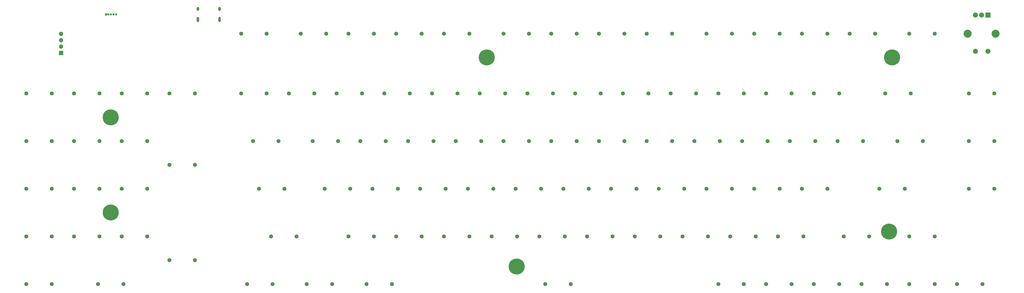
<source format=gbr>
%TF.GenerationSoftware,KiCad,Pcbnew,9.0.5*%
%TF.CreationDate,2026-01-11T09:40:31+07:00*%
%TF.ProjectId,MK98,4d4b3938-2e6b-4696-9361-645f70636258,rev?*%
%TF.SameCoordinates,Original*%
%TF.FileFunction,Soldermask,Top*%
%TF.FilePolarity,Negative*%
%FSLAX46Y46*%
G04 Gerber Fmt 4.6, Leading zero omitted, Abs format (unit mm)*
G04 Created by KiCad (PCBNEW 9.0.5) date 2026-01-11 09:40:31*
%MOMM*%
%LPD*%
G01*
G04 APERTURE LIST*
%ADD10C,0.800000*%
%ADD11C,6.400000*%
%ADD12R,1.700000X1.700000*%
%ADD13O,1.700000X1.700000*%
%ADD14R,2.000000X2.000000*%
%ADD15C,2.000000*%
%ADD16C,3.200000*%
%ADD17R,0.850000X0.850000*%
%ADD18C,0.850000*%
%ADD19C,1.600000*%
%ADD20O,1.000000X1.600000*%
%ADD21O,1.000000X2.100000*%
G04 APERTURE END LIST*
D10*
%TO.C,H3*%
X211882679Y-46475571D03*
X212585623Y-44778515D03*
X212585623Y-48172627D03*
X214282679Y-44075571D03*
D11*
X214282679Y-46475571D03*
D10*
X214282679Y-48875571D03*
X215979735Y-44778515D03*
X215979735Y-48172627D03*
X216682679Y-46475571D03*
%TD*%
D12*
%TO.C,J4*%
X44400000Y-44640000D03*
D13*
X44400000Y-42100000D03*
X44400000Y-39560000D03*
X44400000Y-37020000D03*
%TD*%
D10*
%TO.C,H2*%
X61785000Y-108425000D03*
X62487944Y-106727944D03*
X62487944Y-110122056D03*
X64185000Y-106025000D03*
D11*
X64185000Y-108425000D03*
D10*
X64185000Y-110825000D03*
X65882056Y-106727944D03*
X65882056Y-110122056D03*
X66585000Y-108425000D03*
%TD*%
%TO.C,H5*%
X373695424Y-46477450D03*
X374398368Y-44780394D03*
X374398368Y-48174506D03*
X376095424Y-44077450D03*
D11*
X376095424Y-46477450D03*
D10*
X376095424Y-48877450D03*
X377792480Y-44780394D03*
X377792480Y-48174506D03*
X378495424Y-46477450D03*
%TD*%
%TO.C,H6*%
X372550000Y-116022814D03*
X373252944Y-114325758D03*
X373252944Y-117719870D03*
X374950000Y-113622814D03*
D11*
X374950000Y-116022814D03*
D10*
X374950000Y-118422814D03*
X376647056Y-114325758D03*
X376647056Y-117719870D03*
X377350000Y-116022814D03*
%TD*%
%TO.C,H1*%
X61785000Y-70375000D03*
X62487944Y-68677944D03*
X62487944Y-72072056D03*
X64185000Y-67975000D03*
D11*
X64185000Y-70375000D03*
D10*
X64185000Y-72775000D03*
X65882056Y-68677944D03*
X65882056Y-72072056D03*
X66585000Y-70375000D03*
%TD*%
%TO.C,H4*%
X223860000Y-130000000D03*
X224562944Y-128302944D03*
X224562944Y-131697056D03*
X226260000Y-127600000D03*
D11*
X226260000Y-130000000D03*
D10*
X226260000Y-132400000D03*
X227957056Y-128302944D03*
X227957056Y-131697056D03*
X228660000Y-130000000D03*
%TD*%
D14*
%TO.C,ENC1*%
X414347719Y-29487475D03*
D15*
X409347719Y-29487475D03*
X411847719Y-29487475D03*
D16*
X417447719Y-36987475D03*
X406247719Y-36987475D03*
D15*
X409347719Y-43987475D03*
X414347719Y-43987475D03*
%TD*%
D17*
%TO.C,J3*%
X62300000Y-29275000D03*
D18*
X63300000Y-29275000D03*
X64300001Y-29275000D03*
X65300000Y-29275000D03*
X66300000Y-29275000D03*
%TD*%
D19*
%TO.C,HE39*%
X174040000Y-79850000D03*
X163880000Y-79850000D03*
%TD*%
%TO.C,HE5*%
X207377500Y-36987500D03*
X197217500Y-36987500D03*
%TD*%
%TO.C,HE67*%
X381208750Y-98900000D03*
X371048750Y-98900000D03*
%TD*%
%TO.C,HE49*%
X364540000Y-79850000D03*
X354380000Y-79850000D03*
%TD*%
%TO.C,HE28*%
X297865000Y-60800000D03*
X287705000Y-60800000D03*
%TD*%
%TO.C,HE95*%
X374065000Y-137000000D03*
X363905000Y-137000000D03*
%TD*%
%TO.C,HE9*%
X288340000Y-36987500D03*
X278180000Y-36987500D03*
%TD*%
%TO.C,HE64*%
X312152500Y-98900000D03*
X301992500Y-98900000D03*
%TD*%
%TO.C,HE59*%
X216902500Y-98900000D03*
X206742500Y-98900000D03*
%TD*%
%TO.C,HE31*%
X355015000Y-60800000D03*
X344855000Y-60800000D03*
%TD*%
%TO.C,HE23*%
X202615000Y-60800000D03*
X192455000Y-60800000D03*
%TD*%
%TO.C,HE78*%
X245477500Y-117950000D03*
X235317500Y-117950000D03*
%TD*%
%TO.C,HE35*%
X78790000Y-79850000D03*
X68630000Y-79850000D03*
%TD*%
%TO.C,HE7*%
X250240000Y-36987500D03*
X240080000Y-36987500D03*
%TD*%
%TO.C,HE80*%
X283577500Y-117950000D03*
X273417500Y-117950000D03*
%TD*%
%TO.C,HE63*%
X293102500Y-98900000D03*
X282942500Y-98900000D03*
%TD*%
%TO.C,HE17*%
X78790000Y-60800000D03*
X68630000Y-60800000D03*
%TD*%
%TO.C,HE10*%
X312152500Y-36987500D03*
X301992500Y-36987500D03*
%TD*%
%TO.C,HE25*%
X240715000Y-60800000D03*
X230555000Y-60800000D03*
%TD*%
%TO.C,HE92*%
X316915000Y-137000000D03*
X306755000Y-137000000D03*
%TD*%
%TO.C,HE14*%
X393115000Y-36987500D03*
X382955000Y-36987500D03*
%TD*%
%TO.C,HE79*%
X264527500Y-117950000D03*
X254367500Y-117950000D03*
%TD*%
%TO.C,HE36*%
X97840000Y-89375000D03*
X87680000Y-89375000D03*
%TD*%
%TO.C,HE40*%
X193090000Y-79850000D03*
X182930000Y-79850000D03*
%TD*%
%TO.C,HE12*%
X350252500Y-36987500D03*
X340092500Y-36987500D03*
%TD*%
%TO.C,HE82*%
X321677500Y-117950000D03*
X311517500Y-117950000D03*
%TD*%
%TO.C,HE88*%
X128796250Y-137000000D03*
X118636250Y-137000000D03*
%TD*%
%TO.C,HE29*%
X316915000Y-60800000D03*
X306755000Y-60800000D03*
%TD*%
%TO.C,HE42*%
X231190000Y-79850000D03*
X221030000Y-79850000D03*
%TD*%
%TO.C,HE68*%
X416927500Y-98900000D03*
X406767500Y-98900000D03*
%TD*%
%TO.C,HE61*%
X255002500Y-98900000D03*
X244842500Y-98900000D03*
%TD*%
%TO.C,HE75*%
X188327500Y-117950000D03*
X178167500Y-117950000D03*
%TD*%
%TO.C,HE43*%
X250240000Y-79850000D03*
X240080000Y-79850000D03*
%TD*%
%TO.C,HE74*%
X169277500Y-117950000D03*
X159117500Y-117950000D03*
%TD*%
%TO.C,HE4*%
X188327500Y-36987500D03*
X178167500Y-36987500D03*
%TD*%
%TO.C,HE69*%
X40690000Y-117950000D03*
X30530000Y-117950000D03*
%TD*%
%TO.C,HE41*%
X212140000Y-79850000D03*
X201980000Y-79850000D03*
%TD*%
%TO.C,HE48*%
X345490000Y-79850000D03*
X335330000Y-79850000D03*
%TD*%
%TO.C,HE24*%
X221665000Y-60800000D03*
X211505000Y-60800000D03*
%TD*%
%TO.C,HE46*%
X307390000Y-79850000D03*
X297230000Y-79850000D03*
%TD*%
%TO.C,HE58*%
X197852500Y-98900000D03*
X187692500Y-98900000D03*
%TD*%
%TO.C,HE6*%
X231190000Y-36987500D03*
X221030000Y-36987500D03*
%TD*%
%TO.C,HE93*%
X335965000Y-137000000D03*
X325805000Y-137000000D03*
%TD*%
%TO.C,HE98*%
X416927500Y-60800000D03*
X406767500Y-60800000D03*
%TD*%
%TO.C,HE66*%
X350252500Y-98900000D03*
X340092500Y-98900000D03*
%TD*%
%TO.C,HE2*%
X150227500Y-36987500D03*
X140067500Y-36987500D03*
%TD*%
%TO.C,HE54*%
X78790000Y-98900000D03*
X68630000Y-98900000D03*
%TD*%
%TO.C,HE60*%
X235952500Y-98900000D03*
X225792500Y-98900000D03*
%TD*%
%TO.C,HE19*%
X126415000Y-60800000D03*
X116255000Y-60800000D03*
%TD*%
%TO.C,HE96*%
X393115000Y-137000000D03*
X382955000Y-137000000D03*
%TD*%
%TO.C,HE21*%
X164515000Y-60800000D03*
X154355000Y-60800000D03*
%TD*%
%TO.C,HE26*%
X259760000Y-60800000D03*
X249600000Y-60800000D03*
%TD*%
%TO.C,HE86*%
X40690000Y-137000000D03*
X30530000Y-137000000D03*
%TD*%
%TO.C,HE38*%
X154990000Y-79850000D03*
X144830000Y-79850000D03*
%TD*%
%TO.C,HE56*%
X159752500Y-98900000D03*
X149592500Y-98900000D03*
%TD*%
%TO.C,HE91*%
X247858750Y-137000000D03*
X237698750Y-137000000D03*
%TD*%
%TO.C,HE37*%
X131177500Y-79850000D03*
X121017500Y-79850000D03*
%TD*%
%TO.C,HE8*%
X269290000Y-36987500D03*
X259130000Y-36987500D03*
%TD*%
%TO.C,HE71*%
X78790000Y-117950000D03*
X68630000Y-117950000D03*
%TD*%
%TO.C,HE30*%
X335965000Y-60800000D03*
X325805000Y-60800000D03*
%TD*%
%TO.C,HE27*%
X278815000Y-60800000D03*
X268655000Y-60800000D03*
%TD*%
%TO.C,HE44*%
X269290000Y-79850000D03*
X259130000Y-79850000D03*
%TD*%
%TO.C,HE57*%
X178802500Y-98900000D03*
X168642500Y-98900000D03*
%TD*%
%TO.C,HE15*%
X40690000Y-60800000D03*
X30530000Y-60800000D03*
%TD*%
%TO.C,HE1*%
X126415000Y-36987500D03*
X116255000Y-36987500D03*
%TD*%
%TO.C,HE3*%
X169277500Y-36987500D03*
X159117500Y-36987500D03*
%TD*%
%TO.C,HE87*%
X69265000Y-137000000D03*
X59105000Y-137000000D03*
%TD*%
%TO.C,HE22*%
X183565000Y-60800000D03*
X173405000Y-60800000D03*
%TD*%
%TO.C,HE72*%
X97840000Y-127475000D03*
X87680000Y-127475000D03*
%TD*%
%TO.C,HE11*%
X331202500Y-36987500D03*
X321042500Y-36987500D03*
%TD*%
%TO.C,HE81*%
X302627500Y-117950000D03*
X292467500Y-117950000D03*
%TD*%
%TO.C,HE77*%
X226427500Y-117950000D03*
X216267500Y-117950000D03*
%TD*%
%TO.C,HE90*%
X176421250Y-137000000D03*
X166261250Y-137000000D03*
%TD*%
%TO.C,HE85*%
X393115000Y-117950000D03*
X382955000Y-117950000D03*
%TD*%
%TO.C,HE47*%
X326440000Y-79850000D03*
X316280000Y-79850000D03*
%TD*%
%TO.C,HE32*%
X383590000Y-60800000D03*
X373430000Y-60800000D03*
%TD*%
%TO.C,HE97*%
X412165000Y-137000000D03*
X402005000Y-137000000D03*
%TD*%
%TO.C,HE76*%
X207377500Y-117950000D03*
X197217500Y-117950000D03*
%TD*%
%TO.C,HE94*%
X355015000Y-137000000D03*
X344855000Y-137000000D03*
%TD*%
%TO.C,HE65*%
X331202500Y-98900000D03*
X321042500Y-98900000D03*
%TD*%
%TO.C,HE89*%
X152608750Y-137000000D03*
X142448750Y-137000000D03*
%TD*%
%TO.C,HE34*%
X59740000Y-79850000D03*
X49580000Y-79850000D03*
%TD*%
%TO.C,HE73*%
X138321250Y-117950000D03*
X128161250Y-117950000D03*
%TD*%
%TO.C,HE51*%
X416927500Y-79850000D03*
X406767500Y-79850000D03*
%TD*%
%TO.C,HE52*%
X40690000Y-98900000D03*
X30530000Y-98900000D03*
%TD*%
%TO.C,HE70*%
X59740000Y-117950000D03*
X49580000Y-117950000D03*
%TD*%
%TO.C,HE62*%
X274052500Y-98900000D03*
X263892500Y-98900000D03*
%TD*%
%TO.C,HE13*%
X369302500Y-36987500D03*
X359142500Y-36987500D03*
%TD*%
%TO.C,HE55*%
X133558750Y-98900000D03*
X123398750Y-98900000D03*
%TD*%
%TO.C,HE53*%
X59740000Y-98900000D03*
X49580000Y-98900000D03*
%TD*%
%TO.C,HE16*%
X59740000Y-60800000D03*
X49580000Y-60800000D03*
%TD*%
%TO.C,HE18*%
X97840000Y-60800000D03*
X87680000Y-60800000D03*
%TD*%
%TO.C,HE83*%
X340727500Y-117950000D03*
X330567500Y-117950000D03*
%TD*%
D20*
%TO.C,J1*%
X98992149Y-27067351D03*
D21*
X98992149Y-31247351D03*
D20*
X107632149Y-27067351D03*
D21*
X107632149Y-31247351D03*
%TD*%
D19*
%TO.C,HE84*%
X366921250Y-117950000D03*
X356761250Y-117950000D03*
%TD*%
%TO.C,HE45*%
X288340000Y-79850000D03*
X278180000Y-79850000D03*
%TD*%
%TO.C,HE20*%
X145465000Y-60800000D03*
X135305000Y-60800000D03*
%TD*%
%TO.C,HE50*%
X388352500Y-79850000D03*
X378192500Y-79850000D03*
%TD*%
%TO.C,HE33*%
X40690000Y-79850000D03*
X30530000Y-79850000D03*
%TD*%
M02*

</source>
